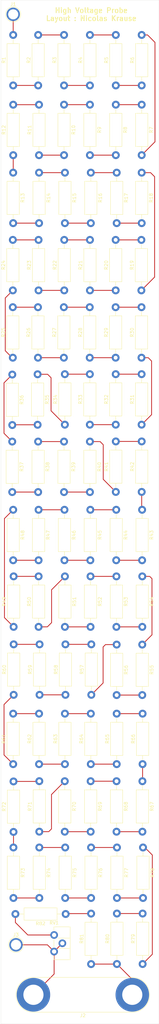
<source format=kicad_pcb>
(kicad_pcb (version 20171130) (host pcbnew "(5.1.6)-1")
  (layers (0 F.Cu signal) (31 B.Cu signal) (34 B.Paste user) (35 F.Paste user) (36 B.SilkS user) (37 F.SilkS user) (38 B.Mask user) (39 F.Mask user) (44 Edge.Cuts user))
  (net 0 "")
  (net 1 "Net-(J1-Pad1)")
  (net 2 GND)
  (net 3 "Net-(J2-Pad1)")
  (net 4 "Net-(R1-Pad1)")
  (net 5 "Net-(R2-Pad2)")
  (net 6 "Net-(R3-Pad1)")
  (net 7 "Net-(R4-Pad2)")
  (net 8 "Net-(R5-Pad1)")
  (net 9 "Net-(R6-Pad2)")
  (net 10 "Net-(R7-Pad1)")
  (net 11 "Net-(R8-Pad2)")
  (net 12 "Net-(R10-Pad1)")
  (net 13 "Net-(R10-Pad2)")
  (net 14 "Net-(R11-Pad2)")
  (net 15 "Net-(R12-Pad1)")
  (net 16 "Net-(R13-Pad2)")
  (net 17 "Net-(R14-Pad1)")
  (net 18 "Net-(R15-Pad2)")
  (net 19 "Net-(R16-Pad1)")
  (net 20 "Net-(R17-Pad2)")
  (net 21 "Net-(R18-Pad1)")
  (net 22 "Net-(R19-Pad2)")
  (net 23 "Net-(R21-Pad2)")
  (net 24 "Net-(R22-Pad1)")
  (net 25 "Net-(R23-Pad2)")
  (net 26 "Net-(R24-Pad1)")
  (net 27 "Net-(R25-Pad2)")
  (net 28 "Net-(R26-Pad1)")
  (net 29 "Net-(R27-Pad2)")
  (net 30 "Net-(R28-Pad1)")
  (net 31 "Net-(R29-Pad2)")
  (net 32 "Net-(R30-Pad1)")
  (net 33 "Net-(R31-Pad2)")
  (net 34 "Net-(R32-Pad1)")
  (net 35 "Net-(R33-Pad2)")
  (net 36 "Net-(R34-Pad1)")
  (net 37 "Net-(R35-Pad2)")
  (net 38 "Net-(R36-Pad1)")
  (net 39 "Net-(R37-Pad2)")
  (net 40 "Net-(R38-Pad1)")
  (net 41 "Net-(R39-Pad2)")
  (net 42 "Net-(R41-Pad2)")
  (net 43 "Net-(R42-Pad1)")
  (net 44 "Net-(R43-Pad2)")
  (net 45 "Net-(R44-Pad1)")
  (net 46 "Net-(R45-Pad2)")
  (net 47 "Net-(R46-Pad1)")
  (net 48 "Net-(R47-Pad2)")
  (net 49 "Net-(R48-Pad1)")
  (net 50 "Net-(R49-Pad2)")
  (net 51 "Net-(R50-Pad1)")
  (net 52 "Net-(R51-Pad2)")
  (net 53 "Net-(R52-Pad1)")
  (net 54 "Net-(R53-Pad2)")
  (net 55 "Net-(R54-Pad1)")
  (net 56 "Net-(R55-Pad2)")
  (net 57 "Net-(R56-Pad1)")
  (net 58 "Net-(R57-Pad2)")
  (net 59 "Net-(R58-Pad1)")
  (net 60 "Net-(R59-Pad2)")
  (net 61 "Net-(R61-Pad2)")
  (net 62 "Net-(R62-Pad1)")
  (net 63 "Net-(R63-Pad2)")
  (net 64 "Net-(R64-Pad1)")
  (net 65 "Net-(R65-Pad2)")
  (net 66 "Net-(R66-Pad1)")
  (net 67 "Net-(R67-Pad2)")
  (net 68 "Net-(R68-Pad1)")
  (net 69 "Net-(R69-Pad2)")
  (net 70 "Net-(R70-Pad1)")
  (net 71 "Net-(R71-Pad2)")
  (net 72 "Net-(R72-Pad1)")
  (net 73 "Net-(R73-Pad2)")
  (net 74 "Net-(R74-Pad1)")
  (net 75 "Net-(R75-Pad2)")
  (net 76 "Net-(R76-Pad1)")
  (net 77 "Net-(R77-Pad2)")
  (net 78 "Net-(R78-Pad1)")
  (net 79 "Net-(R79-Pad2)")
  (net 80 "Net-(R81-Pad2)")
  (net 81 "Net-(R82-Pad2)")
  (net 82 "Net-(R20-Pad1)")
  (net 83 "Net-(R40-Pad1)")
  (net 84 "Net-(R60-Pad1)")
  (module Potentiometers:Potentiometer_Trimmer_ACP_CA9h2.5_Vertical_Px2.5mm_Py5.0mm (layer F.Cu) (at 90.82214 306.19636)
    (fp_text reference RV1 (at 0 -3.65) (layer F.SilkS))
    (fp_text value 50K)
    (pad 3 thru_hole circle (at 0 5) (size 2.34 2.34) (drill 1.3) (layers *.Cu *.Mask) (net 2 GND))
    (pad 2 thru_hole circle (at 2.5 2.5) (size 2.34 2.34) (drill 1.3) (layers *.Cu *.Mask) (net 2 GND))
    (pad 1 thru_hole circle (at 0 0) (size 2.34 2.34) (drill 1.3) (layers *.Cu *.Mask) (net 81 "Net-(R82-Pad2)"))
  )
  (module Resistors_THT:R_Axial_DIN0411_L9.9mm_D3.6mm_P15.24mm_Horizontal (layer F.Cu) (at 101.67874 157.25648 270)
    (fp_text reference R40 (at 7.62 -2.86 90) (layer F.SilkS))
    (fp_text value 10M)
    (pad 1 thru_hole circle (at 0 0 270) (size 2.4 2.4) (drill 1.2) (layers *.Cu *.Mask) (net 83 "Net-(R40-Pad1)"))
    (pad 2 thru_hole oval (at 15.24 0 270) (size 2.4 2.4) (drill 1.2) (layers *.Cu *.Mask) (net 41 "Net-(R39-Pad2)"))
  )
  (module Resistors_THT:R_Axial_DIN0411_L9.9mm_D3.6mm_P15.24mm_Horizontal (layer F.Cu) (at 78.120748 157.25648 270)
    (fp_text reference R37 (at 7.62 -2.86 90) (layer F.SilkS))
    (fp_text value 10M)
    (pad 2 thru_hole oval (at 15.24 0 270) (size 2.4 2.4) (drill 1.2) (layers *.Cu *.Mask) (net 39 "Net-(R37-Pad2)"))
    (pad 1 thru_hole circle (at 0 0 270) (size 2.4 2.4) (drill 1.2) (layers *.Cu *.Mask) (net 38 "Net-(R36-Pad1)"))
  )
  (module Resistors_THT:R_Axial_DIN0411_L9.9mm_D3.6mm_P15.24mm_Horizontal (layer F.Cu) (at 85.973412 157.25648 270)
    (fp_text reference R38 (at 7.62 -2.86 90) (layer F.SilkS))
    (fp_text value 10M)
    (pad 1 thru_hole circle (at 0 0 270) (size 2.4 2.4) (drill 1.2) (layers *.Cu *.Mask) (net 40 "Net-(R38-Pad1)"))
    (pad 2 thru_hole oval (at 15.24 0 270) (size 2.4 2.4) (drill 1.2) (layers *.Cu *.Mask) (net 39 "Net-(R37-Pad2)"))
  )
  (module Resistors_THT:R_Axial_DIN0411_L9.9mm_D3.6mm_P15.24mm_Horizontal (layer F.Cu) (at 93.826076 157.25648 270)
    (fp_text reference R39 (at 7.62 -2.86 90) (layer F.SilkS))
    (fp_text value 10M)
    (pad 2 thru_hole oval (at 15.24 0 270) (size 2.4 2.4) (drill 1.2) (layers *.Cu *.Mask) (net 41 "Net-(R39-Pad2)"))
    (pad 1 thru_hole circle (at 0 0 270) (size 2.4 2.4) (drill 1.2) (layers *.Cu *.Mask) (net 40 "Net-(R38-Pad1)"))
  )
  (module Resistors_THT:R_Axial_DIN0411_L9.9mm_D3.6mm_P15.24mm_Horizontal (layer F.Cu) (at 117.37086 76.081012 270)
    (fp_text reference R18 (at 7.62 -2.86 90) (layer F.SilkS))
    (fp_text value 10M)
    (pad 2 thru_hole oval (at 15.24 0 270) (size 2.4 2.4) (drill 1.2) (layers *.Cu *.Mask) (net 20 "Net-(R17-Pad2)"))
    (pad 1 thru_hole circle (at 0 0 270) (size 2.4 2.4) (drill 1.2) (layers *.Cu *.Mask) (net 21 "Net-(R18-Pad1)"))
  )
  (module Resistors_THT:R_Axial_DIN0411_L9.9mm_D3.6mm_P15.24mm_Horizontal (layer F.Cu) (at 94.101412 76.081012 270)
    (fp_text reference R15 (at 7.62 -2.86 90) (layer F.SilkS))
    (fp_text value 10M)
    (pad 1 thru_hole circle (at 0 0 270) (size 2.4 2.4) (drill 1.2) (layers *.Cu *.Mask) (net 17 "Net-(R14-Pad1)"))
    (pad 2 thru_hole oval (at 15.24 0 270) (size 2.4 2.4) (drill 1.2) (layers *.Cu *.Mask) (net 18 "Net-(R15-Pad2)"))
  )
  (module Resistors_THT:R_Axial_DIN0411_L9.9mm_D3.6mm_P15.24mm_Horizontal (layer F.Cu) (at 109.795564 76.081012 270)
    (fp_text reference R17 (at 7.62 -2.86 90) (layer F.SilkS))
    (fp_text value 10M)
    (pad 1 thru_hole circle (at 0 0 270) (size 2.4 2.4) (drill 1.2) (layers *.Cu *.Mask) (net 19 "Net-(R16-Pad1)"))
    (pad 2 thru_hole oval (at 15.24 0 270) (size 2.4 2.4) (drill 1.2) (layers *.Cu *.Mask) (net 20 "Net-(R17-Pad2)"))
  )
  (module Resistors_THT:R_Axial_DIN0411_L9.9mm_D3.6mm_P15.24mm_Horizontal (layer F.Cu) (at 101.948488 76.081012 270)
    (fp_text reference R16 (at 7.62 -2.86 90) (layer F.SilkS))
    (fp_text value 10M)
    (pad 2 thru_hole oval (at 15.24 0 270) (size 2.4 2.4) (drill 1.2) (layers *.Cu *.Mask) (net 18 "Net-(R15-Pad2)"))
    (pad 1 thru_hole circle (at 0 0 270) (size 2.4 2.4) (drill 1.2) (layers *.Cu *.Mask) (net 19 "Net-(R16-Pad1)"))
  )
  (module Resistors_THT:R_Axial_DIN0411_L9.9mm_D3.6mm_P15.24mm_Horizontal (layer F.Cu) (at 78.40726 76.081012 270)
    (fp_text reference R13 (at 7.62 -2.86 90) (layer F.SilkS))
    (fp_text value 10M)
    (pad 1 thru_hole circle (at 0 0 270) (size 2.4 2.4) (drill 1.2) (layers *.Cu *.Mask) (net 15 "Net-(R12-Pad1)"))
    (pad 2 thru_hole oval (at 15.24 0 270) (size 2.4 2.4) (drill 1.2) (layers *.Cu *.Mask) (net 16 "Net-(R13-Pad2)"))
  )
  (module Resistors_THT:R_Axial_DIN0411_L9.9mm_D3.6mm_P15.24mm_Horizontal (layer F.Cu) (at 86.254336 76.081012 270)
    (fp_text reference R14 (at 7.62 -2.86 90) (layer F.SilkS))
    (fp_text value 10M)
    (pad 2 thru_hole oval (at 15.24 0 270) (size 2.4 2.4) (drill 1.2) (layers *.Cu *.Mask) (net 16 "Net-(R13-Pad2)"))
    (pad 1 thru_hole circle (at 0 0 270) (size 2.4 2.4) (drill 1.2) (layers *.Cu *.Mask) (net 17 "Net-(R14-Pad1)"))
  )
  (module Connectors:1pin (layer F.Cu) (at 78.41234 28.28798)
    (fp_text reference J1 (at 0 -3.048) (layer F.SilkS))
    (fp_text value Conn_01x01_Female)
    (pad 1 thru_hole circle (at 0 0) (size 4.064 4.064) (drill 3.048) (layers *.Cu *.Mask) (net 1 "Net-(J1-Pad1)"))
  )
  (module Connectors:Banana_Jack_2Pin (layer F.Cu) (at 114.52098 324.24624 180)
    (fp_text reference J2 (at 14.985 -6.24) (layer F.SilkS))
    (fp_text value Conn_01x02_Female)
    (pad 2 thru_hole circle (at 29.97 0 180) (size 10.16 10.16) (drill 6.1) (layers *.Cu *.Mask) (net 2 GND))
    (pad 1 thru_hole circle (at 0 0 180) (size 10.16 10.16) (drill 6.1) (layers *.Cu *.Mask) (net 3 "Net-(J2-Pad1)"))
  )
  (module Connectors:1pin (layer F.Cu) (at 79.2607 309.16372)
    (fp_text reference J3 (at 0 -3.048) (layer F.SilkS))
    (fp_text value Conn_01x01_Female)
    (pad 1 thru_hole circle (at 0 0) (size 4.064 4.064) (drill 3.048) (layers *.Cu *.Mask) (net 2 GND))
  )
  (module Resistors_THT:R_Axial_DIN0411_L9.9mm_D3.6mm_P15.24mm_Horizontal (layer F.Cu) (at 78.4098 49.75352 90)
    (fp_text reference R1 (at 7.62 -2.86 90) (layer F.SilkS))
    (fp_text value 10M)
    (pad 1 thru_hole circle (at 0 0 90) (size 2.4 2.4) (drill 1.2) (layers *.Cu *.Mask) (net 4 "Net-(R1-Pad1)"))
    (pad 2 thru_hole oval (at 15.24 0 90) (size 2.4 2.4) (drill 1.2) (layers *.Cu *.Mask) (net 1 "Net-(J1-Pad1)"))
  )
  (module Resistors_THT:R_Axial_DIN0411_L9.9mm_D3.6mm_P15.24mm_Horizontal (layer F.Cu) (at 85.985096 49.75352 90)
    (fp_text reference R2 (at 7.62 -2.86 90) (layer F.SilkS))
    (fp_text value 10M)
    (pad 1 thru_hole circle (at 0 0 90) (size 2.4 2.4) (drill 1.2) (layers *.Cu *.Mask) (net 4 "Net-(R1-Pad1)"))
    (pad 2 thru_hole oval (at 15.24 0 90) (size 2.4 2.4) (drill 1.2) (layers *.Cu *.Mask) (net 5 "Net-(R2-Pad2)"))
  )
  (module Resistors_THT:R_Axial_DIN0411_L9.9mm_D3.6mm_P15.24mm_Horizontal (layer F.Cu) (at 93.832172 49.75352 90)
    (fp_text reference R3 (at 7.62 -2.86 90) (layer F.SilkS))
    (fp_text value 10M)
    (pad 2 thru_hole oval (at 15.24 0 90) (size 2.4 2.4) (drill 1.2) (layers *.Cu *.Mask) (net 5 "Net-(R2-Pad2)"))
    (pad 1 thru_hole circle (at 0 0 90) (size 2.4 2.4) (drill 1.2) (layers *.Cu *.Mask) (net 6 "Net-(R3-Pad1)"))
  )
  (module Resistors_THT:R_Axial_DIN0411_L9.9mm_D3.6mm_P15.24mm_Horizontal (layer F.Cu) (at 101.679248 49.75352 90)
    (fp_text reference R4 (at 7.62 -2.86 90) (layer F.SilkS))
    (fp_text value 10M)
    (pad 1 thru_hole circle (at 0 0 90) (size 2.4 2.4) (drill 1.2) (layers *.Cu *.Mask) (net 6 "Net-(R3-Pad1)"))
    (pad 2 thru_hole oval (at 15.24 0 90) (size 2.4 2.4) (drill 1.2) (layers *.Cu *.Mask) (net 7 "Net-(R4-Pad2)"))
  )
  (module Resistors_THT:R_Axial_DIN0411_L9.9mm_D3.6mm_P15.24mm_Horizontal (layer F.Cu) (at 109.526324 49.75352 90)
    (fp_text reference R5 (at 7.62 -2.86 90) (layer F.SilkS))
    (fp_text value 10M)
    (pad 2 thru_hole oval (at 15.24 0 90) (size 2.4 2.4) (drill 1.2) (layers *.Cu *.Mask) (net 7 "Net-(R4-Pad2)"))
    (pad 1 thru_hole circle (at 0 0 90) (size 2.4 2.4) (drill 1.2) (layers *.Cu *.Mask) (net 8 "Net-(R5-Pad1)"))
  )
  (module Resistors_THT:R_Axial_DIN0411_L9.9mm_D3.6mm_P15.24mm_Horizontal (layer F.Cu) (at 117.3734 49.75352 90)
    (fp_text reference R6 (at 7.62 -2.86 90) (layer F.SilkS))
    (fp_text value 10M)
    (pad 1 thru_hole circle (at 0 0 90) (size 2.4 2.4) (drill 1.2) (layers *.Cu *.Mask) (net 8 "Net-(R5-Pad1)"))
    (pad 2 thru_hole oval (at 15.24 0 90) (size 2.4 2.4) (drill 1.2) (layers *.Cu *.Mask) (net 9 "Net-(R6-Pad2)"))
  )
  (module Resistors_THT:R_Axial_DIN0411_L9.9mm_D3.6mm_P15.24mm_Horizontal (layer F.Cu) (at 117.3734 55.55742 270)
    (fp_text reference R7 (at 7.62 -2.86 90) (layer F.SilkS))
    (fp_text value 10M)
    (pad 2 thru_hole oval (at 15.24 0 270) (size 2.4 2.4) (drill 1.2) (layers *.Cu *.Mask) (net 9 "Net-(R6-Pad2)"))
    (pad 1 thru_hole circle (at 0 0 270) (size 2.4 2.4) (drill 1.2) (layers *.Cu *.Mask) (net 10 "Net-(R7-Pad1)"))
  )
  (module Resistors_THT:R_Axial_DIN0411_L9.9mm_D3.6mm_P15.24mm_Horizontal (layer F.Cu) (at 109.526324 55.55742 270)
    (fp_text reference R8 (at 7.62 -2.86 90) (layer F.SilkS))
    (fp_text value 10M)
    (pad 1 thru_hole circle (at 0 0 270) (size 2.4 2.4) (drill 1.2) (layers *.Cu *.Mask) (net 10 "Net-(R7-Pad1)"))
    (pad 2 thru_hole oval (at 15.24 0 270) (size 2.4 2.4) (drill 1.2) (layers *.Cu *.Mask) (net 11 "Net-(R8-Pad2)"))
  )
  (module Resistors_THT:R_Axial_DIN0411_L9.9mm_D3.6mm_P15.24mm_Horizontal (layer F.Cu) (at 101.679248 55.55742 270)
    (fp_text reference R9 (at 7.62 -2.86 90) (layer F.SilkS))
    (fp_text value 10M)
    (pad 2 thru_hole oval (at 15.24 0 270) (size 2.4 2.4) (drill 1.2) (layers *.Cu *.Mask) (net 11 "Net-(R8-Pad2)"))
    (pad 1 thru_hole circle (at 0 0 270) (size 2.4 2.4) (drill 1.2) (layers *.Cu *.Mask) (net 12 "Net-(R10-Pad1)"))
  )
  (module Resistors_THT:R_Axial_DIN0411_L9.9mm_D3.6mm_P15.24mm_Horizontal (layer F.Cu) (at 93.832172 55.55742 270)
    (fp_text reference R10 (at 7.62 -2.86 90) (layer F.SilkS))
    (fp_text value 10M)
    (pad 1 thru_hole circle (at 0 0 270) (size 2.4 2.4) (drill 1.2) (layers *.Cu *.Mask) (net 12 "Net-(R10-Pad1)"))
    (pad 2 thru_hole oval (at 15.24 0 270) (size 2.4 2.4) (drill 1.2) (layers *.Cu *.Mask) (net 13 "Net-(R10-Pad2)"))
  )
  (module Resistors_THT:R_Axial_DIN0411_L9.9mm_D3.6mm_P15.24mm_Horizontal (layer F.Cu) (at 109.482636 111.61776 90)
    (fp_text reference R20 (at 7.62 -2.86 90) (layer F.SilkS))
    (fp_text value 10M)
    (pad 1 thru_hole circle (at 0 0 90) (size 2.4 2.4) (drill 1.2) (layers *.Cu *.Mask) (net 82 "Net-(R20-Pad1)"))
    (pad 2 thru_hole oval (at 15.24 0 90) (size 2.4 2.4) (drill 1.2) (layers *.Cu *.Mask) (net 22 "Net-(R19-Pad2)"))
  )
  (module Resistors_THT:R_Axial_DIN0411_L9.9mm_D3.6mm_P15.24mm_Horizontal (layer F.Cu) (at 117.27688 111.61776 90)
    (fp_text reference R19 (at 7.62 -2.86 90) (layer F.SilkS))
    (fp_text value 10M)
    (pad 1 thru_hole circle (at 0 0 90) (size 2.4 2.4) (drill 1.2) (layers *.Cu *.Mask) (net 21 "Net-(R18-Pad1)"))
    (pad 2 thru_hole oval (at 15.24 0 90) (size 2.4 2.4) (drill 1.2) (layers *.Cu *.Mask) (net 22 "Net-(R19-Pad2)"))
  )
  (module Resistors_THT:R_Axial_DIN0411_L9.9mm_D3.6mm_P15.24mm_Horizontal (layer F.Cu) (at 78.4225 70.80742 90)
    (fp_text reference R12 (at 7.62 -2.86 90) (layer F.SilkS))
    (fp_text value 10M)
    (pad 2 thru_hole oval (at 15.24 0 90) (size 2.4 2.4) (drill 1.2) (layers *.Cu *.Mask) (net 14 "Net-(R11-Pad2)"))
    (pad 1 thru_hole circle (at 0 0 90) (size 2.4 2.4) (drill 1.2) (layers *.Cu *.Mask) (net 15 "Net-(R12-Pad1)"))
  )
  (module Resistors_THT:R_Axial_DIN0411_L9.9mm_D3.6mm_P15.24mm_Horizontal (layer F.Cu) (at 86.24062 70.80742 90)
    (fp_text reference R11 (at 7.62 -2.86 90) (layer F.SilkS))
    (fp_text value 10M)
    (pad 1 thru_hole circle (at 0 0 90) (size 2.4 2.4) (drill 1.2) (layers *.Cu *.Mask) (net 13 "Net-(R10-Pad2)"))
    (pad 2 thru_hole oval (at 15.24 0 90) (size 2.4 2.4) (drill 1.2) (layers *.Cu *.Mask) (net 14 "Net-(R11-Pad2)"))
  )
  (module Resistors_THT:R_Axial_DIN0411_L9.9mm_D3.6mm_P15.24mm_Horizontal (layer F.Cu) (at 101.688392 111.61776 90)
    (fp_text reference R21 (at 7.62 -2.86 90) (layer F.SilkS))
    (fp_text value 10M)
    (pad 2 thru_hole oval (at 15.24 0 90) (size 2.4 2.4) (drill 1.2) (layers *.Cu *.Mask) (net 23 "Net-(R21-Pad2)"))
    (pad 1 thru_hole circle (at 0 0 90) (size 2.4 2.4) (drill 1.2) (layers *.Cu *.Mask) (net 82 "Net-(R20-Pad1)"))
  )
  (module Resistors_THT:R_Axial_DIN0411_L9.9mm_D3.6mm_P15.24mm_Horizontal (layer F.Cu) (at 93.894148 111.61776 90)
    (fp_text reference R22 (at 7.62 -2.86 90) (layer F.SilkS))
    (fp_text value 10M)
    (pad 1 thru_hole circle (at 0 0 90) (size 2.4 2.4) (drill 1.2) (layers *.Cu *.Mask) (net 24 "Net-(R22-Pad1)"))
    (pad 2 thru_hole oval (at 15.24 0 90) (size 2.4 2.4) (drill 1.2) (layers *.Cu *.Mask) (net 23 "Net-(R21-Pad2)"))
  )
  (module Resistors_THT:R_Axial_DIN0411_L9.9mm_D3.6mm_P15.24mm_Horizontal (layer F.Cu) (at 86.099904 111.61776 90)
    (fp_text reference R23 (at 7.62 -2.86 90) (layer F.SilkS))
    (fp_text value 10M)
    (pad 2 thru_hole oval (at 15.24 0 90) (size 2.4 2.4) (drill 1.2) (layers *.Cu *.Mask) (net 25 "Net-(R23-Pad2)"))
    (pad 1 thru_hole circle (at 0 0 90) (size 2.4 2.4) (drill 1.2) (layers *.Cu *.Mask) (net 24 "Net-(R22-Pad1)"))
  )
  (module Resistors_THT:R_Axial_DIN0411_L9.9mm_D3.6mm_P15.24mm_Horizontal (layer F.Cu) (at 78.30566 111.61776 90)
    (fp_text reference R24 (at 7.62 -2.86 90) (layer F.SilkS))
    (fp_text value 10M)
    (pad 2 thru_hole oval (at 15.24 0 90) (size 2.4 2.4) (drill 1.2) (layers *.Cu *.Mask) (net 25 "Net-(R23-Pad2)"))
    (pad 1 thru_hole circle (at 0 0 90) (size 2.4 2.4) (drill 1.2) (layers *.Cu *.Mask) (net 26 "Net-(R24-Pad1)"))
  )
  (module Resistors_THT:R_Axial_DIN0411_L9.9mm_D3.6mm_P15.24mm_Horizontal (layer F.Cu) (at 78.29804 131.93522 90)
    (fp_text reference R25 (at 7.62 -2.86 90) (layer F.SilkS))
    (fp_text value 10M)
    (pad 1 thru_hole circle (at 0 0 90) (size 2.4 2.4) (drill 1.2) (layers *.Cu *.Mask) (net 26 "Net-(R24-Pad1)"))
    (pad 2 thru_hole oval (at 15.24 0 90) (size 2.4 2.4) (drill 1.2) (layers *.Cu *.Mask) (net 27 "Net-(R25-Pad2)"))
  )
  (module Resistors_THT:R_Axial_DIN0411_L9.9mm_D3.6mm_P15.24mm_Horizontal (layer F.Cu) (at 85.926676 131.93522 90)
    (fp_text reference R26 (at 7.62 -2.86 90) (layer F.SilkS))
    (fp_text value 10M)
    (pad 2 thru_hole oval (at 15.24 0 90) (size 2.4 2.4) (drill 1.2) (layers *.Cu *.Mask) (net 27 "Net-(R25-Pad2)"))
    (pad 1 thru_hole circle (at 0 0 90) (size 2.4 2.4) (drill 1.2) (layers *.Cu *.Mask) (net 28 "Net-(R26-Pad1)"))
  )
  (module Resistors_THT:R_Axial_DIN0411_L9.9mm_D3.6mm_P15.24mm_Horizontal (layer F.Cu) (at 93.773752 131.93522 90)
    (fp_text reference R27 (at 7.62 -2.86 90) (layer F.SilkS))
    (fp_text value 10M)
    (pad 1 thru_hole circle (at 0 0 90) (size 2.4 2.4) (drill 1.2) (layers *.Cu *.Mask) (net 28 "Net-(R26-Pad1)"))
    (pad 2 thru_hole oval (at 15.24 0 90) (size 2.4 2.4) (drill 1.2) (layers *.Cu *.Mask) (net 29 "Net-(R27-Pad2)"))
  )
  (module Resistors_THT:R_Axial_DIN0411_L9.9mm_D3.6mm_P15.24mm_Horizontal (layer F.Cu) (at 101.620828 131.93522 90)
    (fp_text reference R28 (at 7.62 -2.86 90) (layer F.SilkS))
    (fp_text value 10M)
    (pad 2 thru_hole oval (at 15.24 0 90) (size 2.4 2.4) (drill 1.2) (layers *.Cu *.Mask) (net 29 "Net-(R27-Pad2)"))
    (pad 1 thru_hole circle (at 0 0 90) (size 2.4 2.4) (drill 1.2) (layers *.Cu *.Mask) (net 30 "Net-(R28-Pad1)"))
  )
  (module Resistors_THT:R_Axial_DIN0411_L9.9mm_D3.6mm_P15.24mm_Horizontal (layer F.Cu) (at 109.467904 131.93522 90)
    (fp_text reference R29 (at 7.62 -2.86 90) (layer F.SilkS))
    (fp_text value 10M)
    (pad 1 thru_hole circle (at 0 0 90) (size 2.4 2.4) (drill 1.2) (layers *.Cu *.Mask) (net 30 "Net-(R28-Pad1)"))
    (pad 2 thru_hole oval (at 15.24 0 90) (size 2.4 2.4) (drill 1.2) (layers *.Cu *.Mask) (net 31 "Net-(R29-Pad2)"))
  )
  (module Resistors_THT:R_Axial_DIN0411_L9.9mm_D3.6mm_P15.24mm_Horizontal (layer F.Cu) (at 117.31498 131.93522 90)
    (fp_text reference R30 (at 7.62 -2.86 90) (layer F.SilkS))
    (fp_text value 10M)
    (pad 2 thru_hole oval (at 15.24 0 90) (size 2.4 2.4) (drill 1.2) (layers *.Cu *.Mask) (net 31 "Net-(R29-Pad2)"))
    (pad 1 thru_hole circle (at 0 0 90) (size 2.4 2.4) (drill 1.2) (layers *.Cu *.Mask) (net 32 "Net-(R30-Pad1)"))
  )
  (module Resistors_THT:R_Axial_DIN0411_L9.9mm_D3.6mm_P15.24mm_Horizontal (layer F.Cu) (at 78.14056 137.02538 270)
    (fp_text reference R36 (at 7.62 -2.86 90) (layer F.SilkS))
    (fp_text value 10M)
    (pad 1 thru_hole circle (at 0 0 270) (size 2.4 2.4) (drill 1.2) (layers *.Cu *.Mask) (net 38 "Net-(R36-Pad1)"))
    (pad 2 thru_hole oval (at 15.24 0 270) (size 2.4 2.4) (drill 1.2) (layers *.Cu *.Mask) (net 37 "Net-(R35-Pad2)"))
  )
  (module Resistors_THT:R_Axial_DIN0411_L9.9mm_D3.6mm_P15.24mm_Horizontal (layer F.Cu) (at 85.8139 136.9441 270)
    (fp_text reference R35 (at 7.62 -2.86 90) (layer F.SilkS))
    (fp_text value 10M)
    (pad 2 thru_hole oval (at 15.24 0 270) (size 2.4 2.4) (drill 1.2) (layers *.Cu *.Mask) (net 37 "Net-(R35-Pad2)"))
    (pad 1 thru_hole circle (at 0 0 270) (size 2.4 2.4) (drill 1.2) (layers *.Cu *.Mask) (net 36 "Net-(R34-Pad1)"))
  )
  (module Resistors_THT:R_Axial_DIN0411_L9.9mm_D3.6mm_P15.24mm_Horizontal (layer F.Cu) (at 94.07906 152.15108 90)
    (fp_text reference R34 (at 7.62 -2.86 90) (layer F.SilkS))
    (fp_text value 10M)
    (pad 1 thru_hole circle (at 0 0 90) (size 2.4 2.4) (drill 1.2) (layers *.Cu *.Mask) (net 36 "Net-(R34-Pad1)"))
    (pad 2 thru_hole oval (at 15.24 0 90) (size 2.4 2.4) (drill 1.2) (layers *.Cu *.Mask) (net 35 "Net-(R33-Pad2)"))
  )
  (module Resistors_THT:R_Axial_DIN0411_L9.9mm_D3.6mm_P15.24mm_Horizontal (layer F.Cu) (at 101.654356 152.15108 90)
    (fp_text reference R33 (at 7.62 -2.86 90) (layer F.SilkS))
    (fp_text value 10M)
    (pad 2 thru_hole oval (at 15.24 0 90) (size 2.4 2.4) (drill 1.2) (layers *.Cu *.Mask) (net 35 "Net-(R33-Pad2)"))
    (pad 1 thru_hole circle (at 0 0 90) (size 2.4 2.4) (drill 1.2) (layers *.Cu *.Mask) (net 34 "Net-(R32-Pad1)"))
  )
  (module Resistors_THT:R_Axial_DIN0411_L9.9mm_D3.6mm_P15.24mm_Horizontal (layer F.Cu) (at 109.501432 152.15108 90)
    (fp_text reference R32 (at 7.62 -2.86 90) (layer F.SilkS))
    (fp_text value 10M)
    (pad 1 thru_hole circle (at 0 0 90) (size 2.4 2.4) (drill 1.2) (layers *.Cu *.Mask) (net 34 "Net-(R32-Pad1)"))
    (pad 2 thru_hole oval (at 15.24 0 90) (size 2.4 2.4) (drill 1.2) (layers *.Cu *.Mask) (net 33 "Net-(R31-Pad2)"))
  )
  (module Resistors_THT:R_Axial_DIN0411_L9.9mm_D3.6mm_P15.24mm_Horizontal (layer F.Cu) (at 117.348508 152.15108 90)
    (fp_text reference R31 (at 7.62 -2.86 90) (layer F.SilkS))
    (fp_text value 10M)
    (pad 2 thru_hole oval (at 15.24 0 90) (size 2.4 2.4) (drill 1.2) (layers *.Cu *.Mask) (net 33 "Net-(R31-Pad2)"))
    (pad 1 thru_hole circle (at 0 0 90) (size 2.4 2.4) (drill 1.2) (layers *.Cu *.Mask) (net 32 "Net-(R30-Pad1)"))
  )
  (module Resistors_THT:R_Axial_DIN0411_L9.9mm_D3.6mm_P15.24mm_Horizontal (layer F.Cu) (at 109.526324 172.4533 90)
    (fp_text reference R41 (at 7.62 -2.86 90) (layer F.SilkS))
    (fp_text value 10M)
    (pad 2 thru_hole oval (at 15.24 0 90) (size 2.4 2.4) (drill 1.2) (layers *.Cu *.Mask) (net 42 "Net-(R41-Pad2)"))
    (pad 1 thru_hole circle (at 0 0 90) (size 2.4 2.4) (drill 1.2) (layers *.Cu *.Mask) (net 83 "Net-(R40-Pad1)"))
  )
  (module Resistors_THT:R_Axial_DIN0411_L9.9mm_D3.6mm_P15.24mm_Horizontal (layer F.Cu) (at 117.3734 172.4533 90)
    (fp_text reference R42 (at 7.62 -2.86 90) (layer F.SilkS))
    (fp_text value 10M)
    (pad 1 thru_hole circle (at 0 0 90) (size 2.4 2.4) (drill 1.2) (layers *.Cu *.Mask) (net 43 "Net-(R42-Pad1)"))
    (pad 2 thru_hole oval (at 15.24 0 90) (size 2.4 2.4) (drill 1.2) (layers *.Cu *.Mask) (net 42 "Net-(R41-Pad2)"))
  )
  (module Resistors_THT:R_Axial_DIN0411_L9.9mm_D3.6mm_P15.24mm_Horizontal (layer F.Cu) (at 117.49786 177.84318 270)
    (fp_text reference R43 (at 7.62 -2.86 90) (layer F.SilkS))
    (fp_text value 10M)
    (pad 2 thru_hole oval (at 15.24 0 270) (size 2.4 2.4) (drill 1.2) (layers *.Cu *.Mask) (net 44 "Net-(R43-Pad2)"))
    (pad 1 thru_hole circle (at 0 0 270) (size 2.4 2.4) (drill 1.2) (layers *.Cu *.Mask) (net 43 "Net-(R42-Pad1)"))
  )
  (module Resistors_THT:R_Axial_DIN0411_L9.9mm_D3.6mm_P15.24mm_Horizontal (layer F.Cu) (at 109.650784 177.84318 270)
    (fp_text reference R44 (at 7.62 -2.86 90) (layer F.SilkS))
    (fp_text value 10M)
    (pad 1 thru_hole circle (at 0 0 270) (size 2.4 2.4) (drill 1.2) (layers *.Cu *.Mask) (net 45 "Net-(R44-Pad1)"))
    (pad 2 thru_hole oval (at 15.24 0 270) (size 2.4 2.4) (drill 1.2) (layers *.Cu *.Mask) (net 44 "Net-(R43-Pad2)"))
  )
  (module Resistors_THT:R_Axial_DIN0411_L9.9mm_D3.6mm_P15.24mm_Horizontal (layer F.Cu) (at 101.803708 177.84318 270)
    (fp_text reference R45 (at 7.62 -2.86 90) (layer F.SilkS))
    (fp_text value 10M)
    (pad 2 thru_hole oval (at 15.24 0 270) (size 2.4 2.4) (drill 1.2) (layers *.Cu *.Mask) (net 46 "Net-(R45-Pad2)"))
    (pad 1 thru_hole circle (at 0 0 270) (size 2.4 2.4) (drill 1.2) (layers *.Cu *.Mask) (net 45 "Net-(R44-Pad1)"))
  )
  (module Resistors_THT:R_Axial_DIN0411_L9.9mm_D3.6mm_P15.24mm_Horizontal (layer F.Cu) (at 93.956632 177.84318 270)
    (fp_text reference R46 (at 7.62 -2.86 90) (layer F.SilkS))
    (fp_text value 10M)
    (pad 1 thru_hole circle (at 0 0 270) (size 2.4 2.4) (drill 1.2) (layers *.Cu *.Mask) (net 47 "Net-(R46-Pad1)"))
    (pad 2 thru_hole oval (at 15.24 0 270) (size 2.4 2.4) (drill 1.2) (layers *.Cu *.Mask) (net 46 "Net-(R45-Pad2)"))
  )
  (module Resistors_THT:R_Axial_DIN0411_L9.9mm_D3.6mm_P15.24mm_Horizontal (layer F.Cu) (at 86.109556 177.84318 270)
    (fp_text reference R47 (at 7.62 -2.86 90) (layer F.SilkS))
    (fp_text value 10M)
    (pad 2 thru_hole oval (at 15.24 0 270) (size 2.4 2.4) (drill 1.2) (layers *.Cu *.Mask) (net 48 "Net-(R47-Pad2)"))
    (pad 1 thru_hole circle (at 0 0 270) (size 2.4 2.4) (drill 1.2) (layers *.Cu *.Mask) (net 47 "Net-(R46-Pad1)"))
  )
  (module Resistors_THT:R_Axial_DIN0411_L9.9mm_D3.6mm_P15.24mm_Horizontal (layer F.Cu) (at 78.4098 177.84318 270)
    (fp_text reference R48 (at 7.62 -2.86 90) (layer F.SilkS))
    (fp_text value 10M)
    (pad 1 thru_hole circle (at 0 0 270) (size 2.4 2.4) (drill 1.2) (layers *.Cu *.Mask) (net 49 "Net-(R48-Pad1)"))
    (pad 2 thru_hole oval (at 15.24 0 270) (size 2.4 2.4) (drill 1.2) (layers *.Cu *.Mask) (net 48 "Net-(R47-Pad2)"))
  )
  (module Resistors_THT:R_Axial_DIN0411_L9.9mm_D3.6mm_P15.24mm_Horizontal (layer F.Cu) (at 78.54442 213.183172 90)
    (fp_text reference R49 (at 7.62 -2.86 90) (layer F.SilkS))
    (fp_text value 10M)
    (pad 2 thru_hole oval (at 15.24 0 90) (size 2.4 2.4) (drill 1.2) (layers *.Cu *.Mask) (net 50 "Net-(R49-Pad2)"))
    (pad 1 thru_hole circle (at 0 0 90) (size 2.4 2.4) (drill 1.2) (layers *.Cu *.Mask) (net 49 "Net-(R48-Pad1)"))
  )
  (module Resistors_THT:R_Axial_DIN0411_L9.9mm_D3.6mm_P15.24mm_Horizontal (layer F.Cu) (at 86.119716 213.183172 90)
    (fp_text reference R50 (at 7.62 -2.86 90) (layer F.SilkS))
    (fp_text value 10M)
    (pad 1 thru_hole circle (at 0 0 90) (size 2.4 2.4) (drill 1.2) (layers *.Cu *.Mask) (net 51 "Net-(R50-Pad1)"))
    (pad 2 thru_hole oval (at 15.24 0 90) (size 2.4 2.4) (drill 1.2) (layers *.Cu *.Mask) (net 50 "Net-(R49-Pad2)"))
  )
  (module Resistors_THT:R_Axial_DIN0411_L9.9mm_D3.6mm_P15.24mm_Horizontal (layer F.Cu) (at 78.559152 233.703832 90)
    (fp_text reference R60 (at 7.62 -2.86 90) (layer F.SilkS))
    (fp_text value 10M)
    (pad 2 thru_hole oval (at 15.24 0 90) (size 2.4 2.4) (drill 1.2) (layers *.Cu *.Mask) (net 60 "Net-(R59-Pad2)"))
    (pad 1 thru_hole circle (at 0 0 90) (size 2.4 2.4) (drill 1.2) (layers *.Cu *.Mask) (net 84 "Net-(R60-Pad1)"))
  )
  (module Resistors_THT:R_Axial_DIN0411_L9.9mm_D3.6mm_P15.24mm_Horizontal (layer F.Cu) (at 86.406228 233.703832 90)
    (fp_text reference R59 (at 7.62 -2.86 90) (layer F.SilkS))
    (fp_text value 10M)
    (pad 2 thru_hole oval (at 15.24 0 90) (size 2.4 2.4) (drill 1.2) (layers *.Cu *.Mask) (net 60 "Net-(R59-Pad2)"))
    (pad 1 thru_hole circle (at 0 0 90) (size 2.4 2.4) (drill 1.2) (layers *.Cu *.Mask) (net 59 "Net-(R58-Pad1)"))
  )
  (module Resistors_THT:R_Axial_DIN0411_L9.9mm_D3.6mm_P15.24mm_Horizontal (layer F.Cu) (at 94.253304 233.703832 90)
    (fp_text reference R58 (at 7.62 -2.86 90) (layer F.SilkS))
    (fp_text value 10M)
    (pad 2 thru_hole oval (at 15.24 0 90) (size 2.4 2.4) (drill 1.2) (layers *.Cu *.Mask) (net 58 "Net-(R57-Pad2)"))
    (pad 1 thru_hole circle (at 0 0 90) (size 2.4 2.4) (drill 1.2) (layers *.Cu *.Mask) (net 59 "Net-(R58-Pad1)"))
  )
  (module Resistors_THT:R_Axial_DIN0411_L9.9mm_D3.6mm_P15.24mm_Horizontal (layer F.Cu) (at 102.10038 233.703832 90)
    (fp_text reference R57 (at 7.62 -2.86 90) (layer F.SilkS))
    (fp_text value 10M)
    (pad 1 thru_hole circle (at 0 0 90) (size 2.4 2.4) (drill 1.2) (layers *.Cu *.Mask) (net 57 "Net-(R56-Pad1)"))
    (pad 2 thru_hole oval (at 15.24 0 90) (size 2.4 2.4) (drill 1.2) (layers *.Cu *.Mask) (net 58 "Net-(R57-Pad2)"))
  )
  (module Resistors_THT:R_Axial_DIN0411_L9.9mm_D3.6mm_P15.24mm_Horizontal (layer F.Cu) (at 109.78134 218.53652 270)
    (fp_text reference R56 (at 7.62 -2.86 90) (layer F.SilkS))
    (fp_text value 10M)
    (pad 2 thru_hole oval (at 15.24 0 270) (size 2.4 2.4) (drill 1.2) (layers *.Cu *.Mask) (net 56 "Net-(R55-Pad2)"))
    (pad 1 thru_hole circle (at 0 0 270) (size 2.4 2.4) (drill 1.2) (layers *.Cu *.Mask) (net 57 "Net-(R56-Pad1)"))
  )
  (module Resistors_THT:R_Axial_DIN0411_L9.9mm_D3.6mm_P15.24mm_Horizontal (layer F.Cu) (at 117.54358 218.53652 270)
    (fp_text reference R55 (at 7.62 -2.86 90) (layer F.SilkS))
    (fp_text value 10M)
    (pad 1 thru_hole circle (at 0 0 270) (size 2.4 2.4) (drill 1.2) (layers *.Cu *.Mask) (net 55 "Net-(R54-Pad1)"))
    (pad 2 thru_hole oval (at 15.24 0 270) (size 2.4 2.4) (drill 1.2) (layers *.Cu *.Mask) (net 56 "Net-(R55-Pad2)"))
  )
  (module Resistors_THT:R_Axial_DIN0411_L9.9mm_D3.6mm_P15.24mm_Horizontal (layer F.Cu) (at 117.554248 197.948216 270)
    (fp_text reference R54 (at 7.62 -2.86 90) (layer F.SilkS))
    (fp_text value 10M)
    (pad 2 thru_hole oval (at 15.24 0 270) (size 2.4 2.4) (drill 1.2) (layers *.Cu *.Mask) (net 54 "Net-(R53-Pad2)"))
    (pad 1 thru_hole circle (at 0 0 270) (size 2.4 2.4) (drill 1.2) (layers *.Cu *.Mask) (net 55 "Net-(R54-Pad1)"))
  )
  (module Resistors_THT:R_Axial_DIN0411_L9.9mm_D3.6mm_P15.24mm_Horizontal (layer F.Cu) (at 109.707172 197.948216 270)
    (fp_text reference R53 (at 7.62 -2.86 90) (layer F.SilkS))
    (fp_text value 10M)
    (pad 1 thru_hole circle (at 0 0 270) (size 2.4 2.4) (drill 1.2) (layers *.Cu *.Mask) (net 53 "Net-(R52-Pad1)"))
    (pad 2 thru_hole oval (at 15.24 0 270) (size 2.4 2.4) (drill 1.2) (layers *.Cu *.Mask) (net 54 "Net-(R53-Pad2)"))
  )
  (module Resistors_THT:R_Axial_DIN0411_L9.9mm_D3.6mm_P15.24mm_Horizontal (layer F.Cu) (at 101.860096 197.948216 270)
    (fp_text reference R52 (at 7.62 -2.86 90) (layer F.SilkS))
    (fp_text value 10M)
    (pad 2 thru_hole oval (at 15.24 0 270) (size 2.4 2.4) (drill 1.2) (layers *.Cu *.Mask) (net 52 "Net-(R51-Pad2)"))
    (pad 1 thru_hole circle (at 0 0 270) (size 2.4 2.4) (drill 1.2) (layers *.Cu *.Mask) (net 53 "Net-(R52-Pad1)"))
  )
  (module Resistors_THT:R_Axial_DIN0411_L9.9mm_D3.6mm_P15.24mm_Horizontal (layer F.Cu) (at 94.0943 197.948216 270)
    (fp_text reference R51 (at 7.62 -2.86 90) (layer F.SilkS))
    (fp_text value 10M)
    (pad 1 thru_hole circle (at 0 0 270) (size 2.4 2.4) (drill 1.2) (layers *.Cu *.Mask) (net 51 "Net-(R50-Pad1)"))
    (pad 2 thru_hole oval (at 15.24 0 270) (size 2.4 2.4) (drill 1.2) (layers *.Cu *.Mask) (net 52 "Net-(R51-Pad2)"))
  )
  (module Resistors_THT:R_Axial_DIN0411_L9.9mm_D3.6mm_P15.24mm_Horizontal (layer F.Cu) (at 78.4098 254.62288 90)
    (fp_text reference R61 (at 7.62 -2.86 90) (layer F.SilkS))
    (fp_text value 10M)
    (pad 2 thru_hole oval (at 15.24 0 90) (size 2.4 2.4) (drill 1.2) (layers *.Cu *.Mask) (net 61 "Net-(R61-Pad2)"))
    (pad 1 thru_hole circle (at 0 0 90) (size 2.4 2.4) (drill 1.2) (layers *.Cu *.Mask) (net 84 "Net-(R60-Pad1)"))
  )
  (module Resistors_THT:R_Axial_DIN0411_L9.9mm_D3.6mm_P15.24mm_Horizontal (layer F.Cu) (at 86.254336 254.62288 90)
    (fp_text reference R62 (at 7.62 -2.86 90) (layer F.SilkS))
    (fp_text value 10M)
    (pad 1 thru_hole circle (at 0 0 90) (size 2.4 2.4) (drill 1.2) (layers *.Cu *.Mask) (net 62 "Net-(R62-Pad1)"))
    (pad 2 thru_hole oval (at 15.24 0 90) (size 2.4 2.4) (drill 1.2) (layers *.Cu *.Mask) (net 61 "Net-(R61-Pad2)"))
  )
  (module Resistors_THT:R_Axial_DIN0411_L9.9mm_D3.6mm_P15.24mm_Horizontal (layer F.Cu) (at 94.101412 254.62288 90)
    (fp_text reference R63 (at 7.62 -2.86 90) (layer F.SilkS))
    (fp_text value 10M)
    (pad 1 thru_hole circle (at 0 0 90) (size 2.4 2.4) (drill 1.2) (layers *.Cu *.Mask) (net 62 "Net-(R62-Pad1)"))
    (pad 2 thru_hole oval (at 15.24 0 90) (size 2.4 2.4) (drill 1.2) (layers *.Cu *.Mask) (net 63 "Net-(R63-Pad2)"))
  )
  (module Resistors_THT:R_Axial_DIN0411_L9.9mm_D3.6mm_P15.24mm_Horizontal (layer F.Cu) (at 101.948488 254.62288 90)
    (fp_text reference R64 (at 7.62 -2.86 90) (layer F.SilkS))
    (fp_text value 10M)
    (pad 2 thru_hole oval (at 15.24 0 90) (size 2.4 2.4) (drill 1.2) (layers *.Cu *.Mask) (net 63 "Net-(R63-Pad2)"))
    (pad 1 thru_hole circle (at 0 0 90) (size 2.4 2.4) (drill 1.2) (layers *.Cu *.Mask) (net 64 "Net-(R64-Pad1)"))
  )
  (module Resistors_THT:R_Axial_DIN0411_L9.9mm_D3.6mm_P15.24mm_Horizontal (layer F.Cu) (at 109.795564 254.62288 90)
    (fp_text reference R65 (at 7.62 -2.86 90) (layer F.SilkS))
    (fp_text value 10M)
    (pad 1 thru_hole circle (at 0 0 90) (size 2.4 2.4) (drill 1.2) (layers *.Cu *.Mask) (net 64 "Net-(R64-Pad1)"))
    (pad 2 thru_hole oval (at 15.24 0 90) (size 2.4 2.4) (drill 1.2) (layers *.Cu *.Mask) (net 65 "Net-(R65-Pad2)"))
  )
  (module Resistors_THT:R_Axial_DIN0411_L9.9mm_D3.6mm_P15.24mm_Horizontal (layer F.Cu) (at 117.64264 254.62288 90)
    (fp_text reference R66 (at 7.62 -2.86 90) (layer F.SilkS))
    (fp_text value 10M)
    (pad 2 thru_hole oval (at 15.24 0 90) (size 2.4 2.4) (drill 1.2) (layers *.Cu *.Mask) (net 65 "Net-(R65-Pad2)"))
    (pad 1 thru_hole circle (at 0 0 90) (size 2.4 2.4) (drill 1.2) (layers *.Cu *.Mask) (net 66 "Net-(R66-Pad1)"))
  )
  (module Resistors_THT:R_Axial_DIN0411_L9.9mm_D3.6mm_P15.24mm_Horizontal (layer F.Cu) (at 117.59184 259.776504 270)
    (fp_text reference R67 (at 7.62 -2.86 90) (layer F.SilkS))
    (fp_text value 10M)
    (pad 1 thru_hole circle (at 0 0 270) (size 2.4 2.4) (drill 1.2) (layers *.Cu *.Mask) (net 66 "Net-(R66-Pad1)"))
    (pad 2 thru_hole oval (at 15.24 0 270) (size 2.4 2.4) (drill 1.2) (layers *.Cu *.Mask) (net 67 "Net-(R67-Pad2)"))
  )
  (module Resistors_THT:R_Axial_DIN0411_L9.9mm_D3.6mm_P15.24mm_Horizontal (layer F.Cu) (at 109.744764 259.776504 270)
    (fp_text reference R68 (at 7.62 -2.86 90) (layer F.SilkS))
    (fp_text value 10M)
    (pad 2 thru_hole oval (at 15.24 0 270) (size 2.4 2.4) (drill 1.2) (layers *.Cu *.Mask) (net 67 "Net-(R67-Pad2)"))
    (pad 1 thru_hole circle (at 0 0 270) (size 2.4 2.4) (drill 1.2) (layers *.Cu *.Mask) (net 68 "Net-(R68-Pad1)"))
  )
  (module Resistors_THT:R_Axial_DIN0411_L9.9mm_D3.6mm_P15.24mm_Horizontal (layer F.Cu) (at 101.897688 259.776504 270)
    (fp_text reference R69 (at 7.62 -2.86 90) (layer F.SilkS))
    (fp_text value 10M)
    (pad 1 thru_hole circle (at 0 0 270) (size 2.4 2.4) (drill 1.2) (layers *.Cu *.Mask) (net 68 "Net-(R68-Pad1)"))
    (pad 2 thru_hole oval (at 15.24 0 270) (size 2.4 2.4) (drill 1.2) (layers *.Cu *.Mask) (net 69 "Net-(R69-Pad2)"))
  )
  (module Resistors_THT:R_Axial_DIN0411_L9.9mm_D3.6mm_P15.24mm_Horizontal (layer F.Cu) (at 94.050612 259.776504 270)
    (fp_text reference R70 (at 7.62 -2.86 90) (layer F.SilkS))
    (fp_text value 10M)
    (pad 2 thru_hole oval (at 15.24 0 270) (size 2.4 2.4) (drill 1.2) (layers *.Cu *.Mask) (net 69 "Net-(R69-Pad2)"))
    (pad 1 thru_hole circle (at 0 0 270) (size 2.4 2.4) (drill 1.2) (layers *.Cu *.Mask) (net 70 "Net-(R70-Pad1)"))
  )
  (module Resistors_THT:R_Axial_DIN0411_L9.9mm_D3.6mm_P15.24mm_Horizontal (layer F.Cu) (at 109.861604 314.959456 90)
    (fp_text reference R80 (at 7.62 -2.86 90) (layer F.SilkS))
    (fp_text value 10M)
    (pad 1 thru_hole circle (at 0 0 90) (size 2.4 2.4) (drill 1.2) (layers *.Cu *.Mask) (net 3 "Net-(J2-Pad1)"))
    (pad 2 thru_hole oval (at 15.24 0 90) (size 2.4 2.4) (drill 1.2) (layers *.Cu *.Mask) (net 79 "Net-(R79-Pad2)"))
  )
  (module Resistors_THT:R_Axial_DIN0411_L9.9mm_D3.6mm_P15.24mm_Horizontal (layer F.Cu) (at 117.65534 314.959456 90)
    (fp_text reference R79 (at 7.62 -2.86 90) (layer F.SilkS))
    (fp_text value 10M)
    (pad 2 thru_hole oval (at 15.24 0 90) (size 2.4 2.4) (drill 1.2) (layers *.Cu *.Mask) (net 79 "Net-(R79-Pad2)"))
    (pad 1 thru_hole circle (at 0 0 90) (size 2.4 2.4) (drill 1.2) (layers *.Cu *.Mask) (net 78 "Net-(R78-Pad1)"))
  )
  (module Resistors_THT:R_Axial_DIN0411_L9.9mm_D3.6mm_P15.24mm_Horizontal (layer F.Cu) (at 117.77218 279.783352 270)
    (fp_text reference R78 (at 7.62 -2.86 90) (layer F.SilkS))
    (fp_text value 10M)
    (pad 1 thru_hole circle (at 0 0 270) (size 2.4 2.4) (drill 1.2) (layers *.Cu *.Mask) (net 78 "Net-(R78-Pad1)"))
    (pad 2 thru_hole oval (at 15.24 0 270) (size 2.4 2.4) (drill 1.2) (layers *.Cu *.Mask) (net 77 "Net-(R77-Pad2)"))
  )
  (module Resistors_THT:R_Axial_DIN0411_L9.9mm_D3.6mm_P15.24mm_Horizontal (layer F.Cu) (at 109.874304 279.783352 270)
    (fp_text reference R77 (at 7.62 -2.86 90) (layer F.SilkS))
    (fp_text value 10M)
    (pad 2 thru_hole oval (at 15.24 0 270) (size 2.4 2.4) (drill 1.2) (layers *.Cu *.Mask) (net 77 "Net-(R77-Pad2)"))
    (pad 1 thru_hole circle (at 0 0 270) (size 2.4 2.4) (drill 1.2) (layers *.Cu *.Mask) (net 76 "Net-(R76-Pad1)"))
  )
  (module Resistors_THT:R_Axial_DIN0411_L9.9mm_D3.6mm_P15.24mm_Horizontal (layer F.Cu) (at 102.027228 279.783352 270)
    (fp_text reference R76 (at 7.62 -2.86 90) (layer F.SilkS))
    (fp_text value 10M)
    (pad 1 thru_hole circle (at 0 0 270) (size 2.4 2.4) (drill 1.2) (layers *.Cu *.Mask) (net 76 "Net-(R76-Pad1)"))
    (pad 2 thru_hole oval (at 15.24 0 270) (size 2.4 2.4) (drill 1.2) (layers *.Cu *.Mask) (net 75 "Net-(R75-Pad2)"))
  )
  (module Resistors_THT:R_Axial_DIN0411_L9.9mm_D3.6mm_P15.24mm_Horizontal (layer F.Cu) (at 94.180152 279.783352 270)
    (fp_text reference R75 (at 7.62 -2.86 90) (layer F.SilkS))
    (fp_text value 10M)
    (pad 2 thru_hole oval (at 15.24 0 270) (size 2.4 2.4) (drill 1.2) (layers *.Cu *.Mask) (net 75 "Net-(R75-Pad2)"))
    (pad 1 thru_hole circle (at 0 0 270) (size 2.4 2.4) (drill 1.2) (layers *.Cu *.Mask) (net 74 "Net-(R74-Pad1)"))
  )
  (module Resistors_THT:R_Axial_DIN0411_L9.9mm_D3.6mm_P15.24mm_Horizontal (layer F.Cu) (at 86.333076 279.783352 270)
    (fp_text reference R74 (at 7.62 -2.86 90) (layer F.SilkS))
    (fp_text value 10M)
    (pad 1 thru_hole circle (at 0 0 270) (size 2.4 2.4) (drill 1.2) (layers *.Cu *.Mask) (net 74 "Net-(R74-Pad1)"))
    (pad 2 thru_hole oval (at 15.24 0 270) (size 2.4 2.4) (drill 1.2) (layers *.Cu *.Mask) (net 73 "Net-(R73-Pad2)"))
  )
  (module Resistors_THT:R_Axial_DIN0411_L9.9mm_D3.6mm_P15.24mm_Horizontal (layer F.Cu) (at 78.486 279.783352 270)
    (fp_text reference R73 (at 7.62 -2.86 90) (layer F.SilkS))
    (fp_text value 10M)
    (pad 2 thru_hole oval (at 15.24 0 270) (size 2.4 2.4) (drill 1.2) (layers *.Cu *.Mask) (net 73 "Net-(R73-Pad2)"))
    (pad 1 thru_hole circle (at 0 0 270) (size 2.4 2.4) (drill 1.2) (layers *.Cu *.Mask) (net 72 "Net-(R72-Pad1)"))
  )
  (module Resistors_THT:R_Axial_DIN0411_L9.9mm_D3.6mm_P15.24mm_Horizontal (layer F.Cu) (at 78.50886 275.08454 90)
    (fp_text reference R72 (at 7.62 -2.86 90) (layer F.SilkS))
    (fp_text value 10M)
    (pad 1 thru_hole circle (at 0 0 90) (size 2.4 2.4) (drill 1.2) (layers *.Cu *.Mask) (net 72 "Net-(R72-Pad1)"))
    (pad 2 thru_hole oval (at 15.24 0 90) (size 2.4 2.4) (drill 1.2) (layers *.Cu *.Mask) (net 71 "Net-(R71-Pad2)"))
  )
  (module Resistors_THT:R_Axial_DIN0411_L9.9mm_D3.6mm_P15.24mm_Horizontal (layer F.Cu) (at 86.33206 275.0058 90)
    (fp_text reference R71 (at 7.62 -2.86 90) (layer F.SilkS))
    (fp_text value 10M)
    (pad 2 thru_hole oval (at 15.24 0 90) (size 2.4 2.4) (drill 1.2) (layers *.Cu *.Mask) (net 71 "Net-(R71-Pad2)"))
    (pad 1 thru_hole circle (at 0 0 90) (size 2.4 2.4) (drill 1.2) (layers *.Cu *.Mask) (net 70 "Net-(R70-Pad1)"))
  )
  (module Resistors_THT:R_Axial_DIN0411_L9.9mm_D3.6mm_P15.24mm_Horizontal (layer F.Cu) (at 102.03688 314.98032 90)
    (fp_text reference R81 (at 7.62 -2.86 90) (layer F.SilkS))
    (fp_text value 820K)
    (pad 1 thru_hole circle (at 0 0 90) (size 2.4 2.4) (drill 1.2) (layers *.Cu *.Mask) (net 3 "Net-(J2-Pad1)"))
    (pad 2 thru_hole oval (at 15.24 0 90) (size 2.4 2.4) (drill 1.2) (layers *.Cu *.Mask) (net 80 "Net-(R81-Pad2)"))
  )
  (module Resistors_THT:R_Axial_DIN0411_L9.9mm_D3.6mm_P15.24mm_Horizontal (layer F.Cu) (at 94.32544 299.86224 180)
    (fp_text reference R82 (at 7.62 -2.86) (layer F.SilkS))
    (fp_text value 30K)
    (pad 2 thru_hole oval (at 15.24 0 180) (size 2.4 2.4) (drill 1.2) (layers *.Cu *.Mask) (net 81 "Net-(R82-Pad2)"))
    (pad 1 thru_hole circle (at 0 0 180) (size 2.4 2.4) (drill 1.2) (layers *.Cu *.Mask) (net 80 "Net-(R81-Pad2)"))
  )
  (gr_line (start 74.7141 333.03464) (end 75.1586 333.03464) (layer Edge.Cuts) (width 0.05))
  (gr_line (start 74.71664 23.9903) (end 74.71664 333.0321) (layer Edge.Cuts) (width 0.05))
  (gr_line (start 75.13574 23.9903) (end 74.71664 23.9903) (layer Edge.Cuts) (width 0.05))
  (gr_line (start 75.12558 23.9903) (end 75.44054 23.9903) (layer Edge.Cuts) (width 0.05))
  (gr_line (start 122.61088 333.03464) (end 75.09002 333.03464) (layer Edge.Cuts) (width 0.05))
  (gr_line (start 122.61088 23.9903) (end 122.61088 333.03464) (layer Edge.Cuts) (width 0.05))
  (gr_line (start 75.44054 23.9903) (end 122.61088 23.9903) (layer Edge.Cuts) (width 0.05))
  (gr_text "High Voltage Probe\nLayout : Nicolas Krause" (at 102.09276 28.31592) (layer F.SilkS) (effects (font (size 1.5 1.5) (thickness 0.3))))
  (segment (start 78.4098 28.29052) (end 78.41234 28.28798) (width 0.25) (layer F.Cu) (net 1))
  (segment (start 78.4098 34.51352) (end 78.4098 28.29052) (width 0.25) (layer F.Cu) (net 1))
  (segment (start 88.7895 309.16372) (end 90.82214 311.19636) (width 0.25) (layer F.Cu) (net 2))
  (segment (start 79.2607 309.16372) (end 88.7895 309.16372) (width 0.25) (layer F.Cu) (net 2))
  (segment (start 90.82214 311.19636) (end 93.32214 308.69636) (width 0.25) (layer F.Cu) (net 2))
  (segment (start 90.82214 317.97508) (end 84.55098 324.24624) (width 0.25) (layer F.Cu) (net 2))
  (segment (start 90.82214 311.19636) (end 90.82214 317.97508) (width 0.25) (layer F.Cu) (net 2))
  (segment (start 109.84074 314.98032) (end 109.861604 314.959456) (width 0.25) (layer F.Cu) (net 3))
  (segment (start 102.03688 314.98032) (end 109.84074 314.98032) (width 0.25) (layer F.Cu) (net 3))
  (segment (start 114.52098 319.618832) (end 109.861604 314.959456) (width 0.25) (layer F.Cu) (net 3))
  (segment (start 114.52098 324.24624) (end 114.52098 319.618832) (width 0.25) (layer F.Cu) (net 3))
  (segment (start 78.4098 49.75352) (end 85.985096 49.75352) (width 0.25) (layer F.Cu) (net 4))
  (segment (start 85.985096 34.51352) (end 93.832172 34.51352) (width 0.25) (layer F.Cu) (net 5))
  (segment (start 93.832172 49.75352) (end 101.679248 49.75352) (width 0.25) (layer F.Cu) (net 6))
  (segment (start 101.679248 34.51352) (end 109.526324 34.51352) (width 0.25) (layer F.Cu) (net 7))
  (segment (start 109.526324 49.75352) (end 117.3734 49.75352) (width 0.25) (layer F.Cu) (net 8))
  (segment (start 121.40184 36.75888) (end 119.15648 34.51352) (width 0.25) (layer F.Cu) (net 9))
  (segment (start 119.15648 34.51352) (end 117.3734 34.51352) (width 0.25) (layer F.Cu) (net 9))
  (segment (start 121.40184 66.76898) (end 121.40184 36.75888) (width 0.25) (layer F.Cu) (net 9))
  (segment (start 117.3734 70.79742) (end 121.40184 66.76898) (width 0.25) (layer F.Cu) (net 9))
  (segment (start 117.3734 55.55742) (end 109.526324 55.55742) (width 0.25) (layer F.Cu) (net 10))
  (segment (start 109.526324 70.79742) (end 101.679248 70.79742) (width 0.25) (layer F.Cu) (net 11))
  (segment (start 101.679248 55.55742) (end 93.832172 55.55742) (width 0.25) (layer F.Cu) (net 12))
  (segment (start 86.25062 70.79742) (end 86.24062 70.80742) (width 0.25) (layer F.Cu) (net 13))
  (segment (start 93.832172 70.79742) (end 86.25062 70.79742) (width 0.25) (layer F.Cu) (net 13))
  (segment (start 86.24062 55.56742) (end 78.4225 55.56742) (width 0.25) (layer F.Cu) (net 14))
  (segment (start 78.4225 76.065772) (end 78.40726 76.081012) (width 0.25) (layer F.Cu) (net 15))
  (segment (start 78.4225 70.80742) (end 78.4225 76.065772) (width 0.25) (layer F.Cu) (net 15))
  (segment (start 86.254336 91.321012) (end 78.40726 91.321012) (width 0.25) (layer F.Cu) (net 16))
  (segment (start 94.101412 76.081012) (end 86.254336 76.081012) (width 0.25) (layer F.Cu) (net 17))
  (segment (start 101.948488 91.321012) (end 94.101412 91.321012) (width 0.25) (layer F.Cu) (net 18))
  (segment (start 109.795564 76.081012) (end 101.948488 76.081012) (width 0.25) (layer F.Cu) (net 19))
  (segment (start 117.37086 91.321012) (end 109.795564 91.321012) (width 0.25) (layer F.Cu) (net 20))
  (segment (start 117.37086 76.081012) (end 120.068732 76.081012) (width 0.25) (layer F.Cu) (net 21))
  (segment (start 120.068732 76.081012) (end 121.29008 77.30236) (width 0.25) (layer F.Cu) (net 21))
  (segment (start 121.29008 107.60456) (end 117.27688 111.61776) (width 0.25) (layer F.Cu) (net 21))
  (segment (start 121.29008 77.30236) (end 121.29008 107.60456) (width 0.25) (layer F.Cu) (net 21))
  (segment (start 117.27688 96.37776) (end 109.482636 96.37776) (width 0.25) (layer F.Cu) (net 22))
  (segment (start 101.688392 96.37776) (end 93.894148 96.37776) (width 0.25) (layer F.Cu) (net 23))
  (segment (start 93.894148 111.61776) (end 86.099904 111.61776) (width 0.25) (layer F.Cu) (net 24))
  (segment (start 86.099904 96.37776) (end 78.30566 96.37776) (width 0.25) (layer F.Cu) (net 25))
  (segment (start 78.30566 111.61776) (end 76.01204 113.91138) (width 0.25) (layer F.Cu) (net 26))
  (segment (start 76.01204 113.91138) (end 76.01204 129.83972) (width 0.25) (layer F.Cu) (net 26))
  (segment (start 78.10754 131.93522) (end 78.29804 131.93522) (width 0.25) (layer F.Cu) (net 26))
  (segment (start 76.01204 129.83972) (end 78.10754 131.93522) (width 0.25) (layer F.Cu) (net 26))
  (segment (start 85.926676 116.69522) (end 77.35062 116.69522) (width 0.25) (layer F.Cu) (net 27))
  (segment (start 85.926676 131.93522) (end 93.773752 131.93522) (width 0.25) (layer F.Cu) (net 28))
  (segment (start 101.620828 116.69522) (end 93.773752 116.69522) (width 0.25) (layer F.Cu) (net 29))
  (segment (start 101.620828 131.93522) (end 109.467904 131.93522) (width 0.25) (layer F.Cu) (net 30))
  (segment (start 109.467904 116.69522) (end 117.31498 116.69522) (width 0.25) (layer F.Cu) (net 31))
  (segment (start 117.31498 131.93522) (end 119.3546 131.93522) (width 0.25) (layer F.Cu) (net 32))
  (segment (start 119.3546 131.93522) (end 120.3706 132.95122) (width 0.25) (layer F.Cu) (net 32))
  (segment (start 120.3706 149.128988) (end 117.348508 152.15108) (width 0.25) (layer F.Cu) (net 32))
  (segment (start 120.3706 132.95122) (end 120.3706 149.128988) (width 0.25) (layer F.Cu) (net 32))
  (segment (start 117.348508 136.91108) (end 109.501432 136.91108) (width 0.25) (layer F.Cu) (net 33))
  (segment (start 101.654356 152.15108) (end 109.501432 152.15108) (width 0.25) (layer F.Cu) (net 34))
  (segment (start 94.07906 136.91108) (end 101.654356 136.91108) (width 0.25) (layer F.Cu) (net 35))
  (segment (start 85.8139 136.9441) (end 88.8492 136.9441) (width 0.25) (layer F.Cu) (net 36))
  (segment (start 88.8492 136.9441) (end 89.8906 137.9855) (width 0.25) (layer F.Cu) (net 36))
  (segment (start 89.8906 147.96262) (end 94.07906 152.15108) (width 0.25) (layer F.Cu) (net 36))
  (segment (start 89.8906 137.9855) (end 89.8906 147.96262) (width 0.25) (layer F.Cu) (net 36))
  (segment (start 78.22184 152.1841) (end 78.14056 152.26538) (width 0.25) (layer F.Cu) (net 37))
  (segment (start 85.8139 152.1841) (end 78.22184 152.1841) (width 0.25) (layer F.Cu) (net 37))
  (segment (start 78.14056 137.02538) (end 75.6285 139.53744) (width 0.25) (layer F.Cu) (net 38))
  (segment (start 75.6285 154.764232) (end 78.120748 157.25648) (width 0.25) (layer F.Cu) (net 38))
  (segment (start 75.6285 139.53744) (end 75.6285 154.764232) (width 0.25) (layer F.Cu) (net 38))
  (segment (start 85.973412 172.49648) (end 78.120748 172.49648) (width 0.25) (layer F.Cu) (net 39))
  (segment (start 85.973412 157.25648) (end 93.826076 157.25648) (width 0.25) (layer F.Cu) (net 40))
  (segment (start 93.826076 172.49648) (end 101.67874 172.49648) (width 0.25) (layer F.Cu) (net 41))
  (segment (start 109.526324 157.2133) (end 117.3734 157.2133) (width 0.25) (layer F.Cu) (net 42))
  (segment (start 117.3734 177.71872) (end 117.49786 177.84318) (width 0.25) (layer F.Cu) (net 43))
  (segment (start 117.3734 172.4533) (end 117.3734 177.71872) (width 0.25) (layer F.Cu) (net 43))
  (segment (start 117.49786 193.08318) (end 109.650784 193.08318) (width 0.25) (layer F.Cu) (net 44))
  (segment (start 109.650784 177.84318) (end 101.803708 177.84318) (width 0.25) (layer F.Cu) (net 45))
  (segment (start 101.803708 193.08318) (end 93.956632 193.08318) (width 0.25) (layer F.Cu) (net 46))
  (segment (start 93.956632 177.84318) (end 86.109556 177.84318) (width 0.25) (layer F.Cu) (net 47))
  (segment (start 86.109556 193.08318) (end 78.4098 193.08318) (width 0.25) (layer F.Cu) (net 48))
  (segment (start 78.4098 177.84318) (end 75.76566 180.48732) (width 0.25) (layer F.Cu) (net 49))
  (segment (start 75.76566 210.404412) (end 78.54442 213.183172) (width 0.25) (layer F.Cu) (net 49))
  (segment (start 75.76566 180.48732) (end 75.76566 210.404412) (width 0.25) (layer F.Cu) (net 49))
  (segment (start 78.54442 197.943172) (end 86.119716 197.943172) (width 0.25) (layer F.Cu) (net 50))
  (segment (start 86.119716 213.183172) (end 88.777108 213.183172) (width 0.25) (layer F.Cu) (net 51))
  (segment (start 88.777108 213.183172) (end 90.05316 211.90712) (width 0.25) (layer F.Cu) (net 51))
  (segment (start 90.05316 201.989356) (end 94.0943 197.948216) (width 0.25) (layer F.Cu) (net 51))
  (segment (start 90.05316 211.90712) (end 90.05316 201.989356) (width 0.25) (layer F.Cu) (net 51))
  (segment (start 101.860096 213.188216) (end 94.0943 213.188216) (width 0.25) (layer F.Cu) (net 52))
  (segment (start 109.707172 197.948216) (end 101.860096 197.948216) (width 0.25) (layer F.Cu) (net 53))
  (segment (start 117.554248 213.188216) (end 109.707172 213.188216) (width 0.25) (layer F.Cu) (net 54))
  (segment (start 117.54358 218.53652) (end 120.49252 215.58758) (width 0.25) (layer F.Cu) (net 55))
  (segment (start 120.49252 215.58758) (end 120.49252 198.63816) (width 0.25) (layer F.Cu) (net 55))
  (segment (start 119.802576 197.948216) (end 117.554248 197.948216) (width 0.25) (layer F.Cu) (net 55))
  (segment (start 120.49252 198.63816) (end 119.802576 197.948216) (width 0.25) (layer F.Cu) (net 55))
  (segment (start 117.54358 233.77652) (end 109.78134 233.77652) (width 0.25) (layer F.Cu) (net 56))
  (segment (start 109.78134 218.53652) (end 106.4006 218.53652) (width 0.25) (layer F.Cu) (net 57))
  (segment (start 106.4006 218.53652) (end 105.67416 219.26296) (width 0.25) (layer F.Cu) (net 57))
  (segment (start 105.67416 230.130052) (end 102.10038 233.703832) (width 0.25) (layer F.Cu) (net 57))
  (segment (start 105.67416 219.26296) (end 105.67416 230.130052) (width 0.25) (layer F.Cu) (net 57))
  (segment (start 94.253304 218.463832) (end 102.10038 218.463832) (width 0.25) (layer F.Cu) (net 58))
  (segment (start 86.406228 233.703832) (end 94.253304 233.703832) (width 0.25) (layer F.Cu) (net 59))
  (segment (start 78.559152 218.463832) (end 86.406228 218.463832) (width 0.25) (layer F.Cu) (net 60))
  (segment (start 78.4098 239.38288) (end 86.254336 239.38288) (width 0.25) (layer F.Cu) (net 61))
  (segment (start 86.254336 254.62288) (end 94.101412 254.62288) (width 0.25) (layer F.Cu) (net 62))
  (segment (start 94.101412 239.38288) (end 101.948488 239.38288) (width 0.25) (layer F.Cu) (net 63))
  (segment (start 101.948488 254.62288) (end 109.795564 254.62288) (width 0.25) (layer F.Cu) (net 64))
  (segment (start 109.795564 239.38288) (end 117.64264 239.38288) (width 0.25) (layer F.Cu) (net 65))
  (segment (start 117.64264 259.725704) (end 117.59184 259.776504) (width 0.25) (layer F.Cu) (net 66))
  (segment (start 117.64264 254.62288) (end 117.64264 259.725704) (width 0.25) (layer F.Cu) (net 66))
  (segment (start 109.744764 275.016504) (end 117.59184 275.016504) (width 0.25) (layer F.Cu) (net 67))
  (segment (start 109.744764 259.776504) (end 101.897688 259.776504) (width 0.25) (layer F.Cu) (net 68))
  (segment (start 101.897688 275.016504) (end 94.050612 275.016504) (width 0.25) (layer F.Cu) (net 69))
  (segment (start 86.33206 275.0058) (end 89.18702 275.0058) (width 0.25) (layer F.Cu) (net 70))
  (segment (start 89.18702 275.0058) (end 90.02522 274.1676) (width 0.25) (layer F.Cu) (net 70))
  (segment (start 90.02522 263.801896) (end 94.050612 259.776504) (width 0.25) (layer F.Cu) (net 70))
  (segment (start 90.02522 274.1676) (end 90.02522 263.801896) (width 0.25) (layer F.Cu) (net 70))
  (segment (start 86.25332 259.84454) (end 86.33206 259.7658) (width 0.25) (layer F.Cu) (net 71))
  (segment (start 78.50886 259.84454) (end 86.25332 259.84454) (width 0.25) (layer F.Cu) (net 71))
  (segment (start 78.50886 279.760492) (end 78.486 279.783352) (width 0.25) (layer F.Cu) (net 72))
  (segment (start 78.50886 275.08454) (end 78.50886 279.760492) (width 0.25) (layer F.Cu) (net 72))
  (segment (start 86.333076 295.023352) (end 78.486 295.023352) (width 0.25) (layer F.Cu) (net 73))
  (segment (start 86.333076 279.783352) (end 94.180152 279.783352) (width 0.25) (layer F.Cu) (net 74))
  (segment (start 102.027228 295.023352) (end 94.180152 295.023352) (width 0.25) (layer F.Cu) (net 75))
  (segment (start 102.027228 279.783352) (end 109.874304 279.783352) (width 0.25) (layer F.Cu) (net 76))
  (segment (start 109.874304 295.023352) (end 117.77218 295.023352) (width 0.25) (layer F.Cu) (net 77))
  (segment (start 117.65534 314.959456) (end 120.598656 312.01614) (width 0.25) (layer F.Cu) (net 78))
  (segment (start 120.598656 312.01614) (end 120.598656 282.058836) (width 0.25) (layer F.Cu) (net 78))
  (segment (start 118.323172 279.783352) (end 117.77218 279.783352) (width 0.25) (layer F.Cu) (net 78))
  (segment (start 120.598656 282.058836) (end 118.323172 279.783352) (width 0.25) (layer F.Cu) (net 78))
  (segment (start 117.65534 299.719456) (end 109.861604 299.719456) (width 0.25) (layer F.Cu) (net 79))
  (segment (start 94.44736 299.74032) (end 94.32544 299.86224) (width 0.25) (layer F.Cu) (net 80))
  (segment (start 102.03688 299.74032) (end 94.44736 299.74032) (width 0.25) (layer F.Cu) (net 80))
  (segment (start 79.1337 299.9105) (end 79.08544 299.86224) (width 0.25) (layer F.Cu) (net 81))
  (segment (start 79.08544 299.86224) (end 79.08544 302.42764) (width 0.25) (layer F.Cu) (net 81))
  (segment (start 82.85416 306.19636) (end 90.82214 306.19636) (width 0.25) (layer F.Cu) (net 81))
  (segment (start 79.08544 302.42764) (end 82.85416 306.19636) (width 0.25) (layer F.Cu) (net 81))
  (segment (start 109.482636 111.61776) (end 101.688392 111.61776) (width 0.25) (layer F.Cu) (net 82))
  (segment (start 105.71734 168.644316) (end 109.526324 172.4533) (width 0.25) (layer F.Cu) (net 83))
  (segment (start 105.71734 158.20898) (end 105.71734 168.644316) (width 0.25) (layer F.Cu) (net 83))
  (segment (start 101.67874 157.25648) (end 104.76484 157.25648) (width 0.25) (layer F.Cu) (net 83))
  (segment (start 104.76484 157.25648) (end 105.71734 158.20898) (width 0.25) (layer F.Cu) (net 83))
  (segment (start 78.559152 233.703832) (end 75.63612 236.626864) (width 0.25) (layer F.Cu) (net 84))
  (segment (start 75.63612 251.8492) (end 78.4098 254.62288) (width 0.25) (layer F.Cu) (net 84))
  (segment (start 75.63612 236.626864) (end 75.63612 251.8492) (width 0.25) (layer F.Cu) (net 84))
)
</source>
